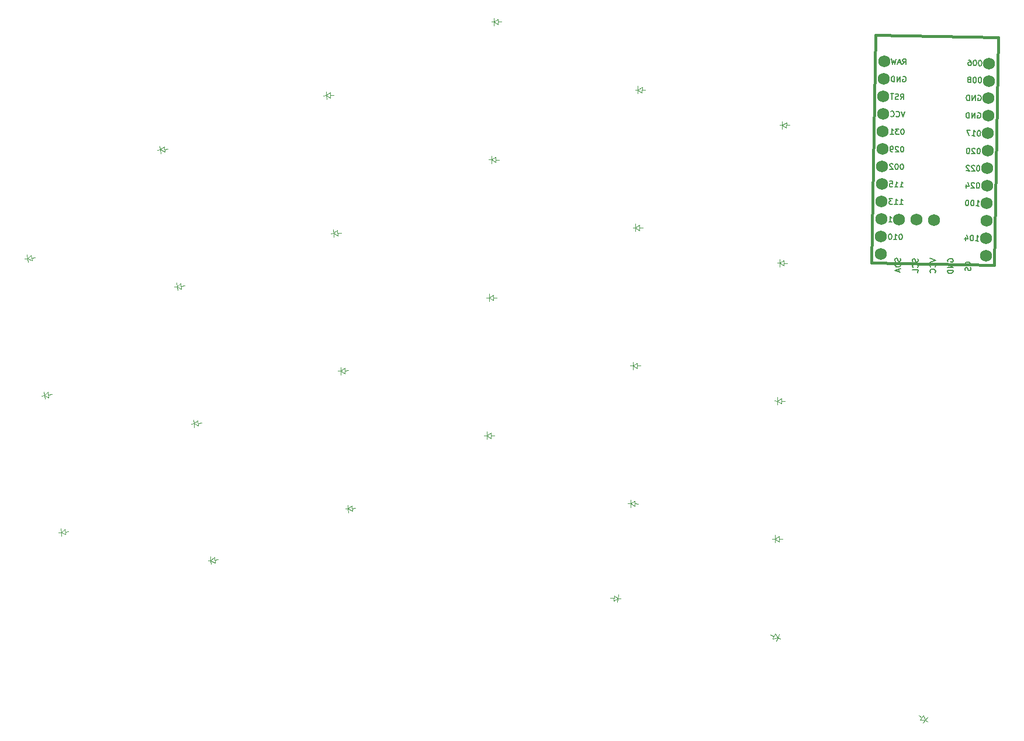
<source format=gbr>
%TF.GenerationSoftware,KiCad,Pcbnew,9.0.0*%
%TF.CreationDate,2025-03-06T12:11:22-05:00*%
%TF.ProjectId,proto1,70726f74-6f31-42e6-9b69-6361645f7063,v1.0.0*%
%TF.SameCoordinates,Original*%
%TF.FileFunction,Legend,Bot*%
%TF.FilePolarity,Positive*%
%FSLAX46Y46*%
G04 Gerber Fmt 4.6, Leading zero omitted, Abs format (unit mm)*
G04 Created by KiCad (PCBNEW 9.0.0) date 2025-03-06 12:11:22*
%MOMM*%
%LPD*%
G01*
G04 APERTURE LIST*
%ADD10C,0.150000*%
%ADD11C,0.100000*%
%ADD12C,0.381000*%
%ADD13C,1.752600*%
G04 APERTURE END LIST*
D10*
X265115989Y-75772101D02*
X265389264Y-75395861D01*
X265573063Y-75780079D02*
X265587025Y-74980201D01*
X265587025Y-74980201D02*
X265282309Y-74974882D01*
X265282309Y-74974882D02*
X265205465Y-75011642D01*
X265205465Y-75011642D02*
X265166711Y-75049067D01*
X265166711Y-75049067D02*
X265127292Y-75124581D01*
X265127292Y-75124581D02*
X265125297Y-75238849D01*
X265125297Y-75238849D02*
X265162057Y-75315693D01*
X265162057Y-75315693D02*
X265199482Y-75354447D01*
X265199482Y-75354447D02*
X265274996Y-75393866D01*
X265274996Y-75393866D02*
X265579711Y-75399185D01*
X264815263Y-75538245D02*
X264434369Y-75531597D01*
X264887453Y-75768112D02*
X264634789Y-74963580D01*
X264634789Y-74963580D02*
X264354201Y-75758804D01*
X264177716Y-74955601D02*
X263973307Y-75752155D01*
X263973307Y-75752155D02*
X263830922Y-75178154D01*
X263830922Y-75178154D02*
X263668591Y-75746837D01*
X263668591Y-75746837D02*
X263492106Y-74943634D01*
X265161136Y-77551255D02*
X265237980Y-77514496D01*
X265237980Y-77514496D02*
X265352248Y-77516490D01*
X265352248Y-77516490D02*
X265465851Y-77556574D01*
X265465851Y-77556574D02*
X265540701Y-77634083D01*
X265540701Y-77634083D02*
X265577460Y-77710927D01*
X265577460Y-77710927D02*
X265612890Y-77863949D01*
X265612890Y-77863949D02*
X265610896Y-77978218D01*
X265610896Y-77978218D02*
X265570147Y-78129910D01*
X265570147Y-78129910D02*
X265530728Y-78205424D01*
X265530728Y-78205424D02*
X265453219Y-78280274D01*
X265453219Y-78280274D02*
X265338286Y-78316368D01*
X265338286Y-78316368D02*
X265262107Y-78315039D01*
X265262107Y-78315039D02*
X265148504Y-78274955D01*
X265148504Y-78274955D02*
X265111079Y-78236200D01*
X265111079Y-78236200D02*
X265115733Y-77969574D01*
X265115733Y-77969574D02*
X265268091Y-77972234D01*
X264766945Y-78306396D02*
X264780906Y-77506518D01*
X264780906Y-77506518D02*
X264309871Y-78298417D01*
X264309871Y-78298417D02*
X264323833Y-77498539D01*
X263928977Y-78291769D02*
X263942939Y-77491891D01*
X263942939Y-77491891D02*
X263752492Y-77488566D01*
X263752492Y-77488566D02*
X263637559Y-77524661D01*
X263637559Y-77524661D02*
X263560050Y-77599511D01*
X263560050Y-77599511D02*
X263520631Y-77675025D01*
X263520631Y-77675025D02*
X263479882Y-77826717D01*
X263479882Y-77826717D02*
X263477888Y-77940986D01*
X263477888Y-77940986D02*
X263513318Y-78094008D01*
X263513318Y-78094008D02*
X263550077Y-78170852D01*
X263550077Y-78170852D02*
X263624927Y-78248361D01*
X263624927Y-78248361D02*
X263738530Y-78288445D01*
X263738530Y-78288445D02*
X263928977Y-78291769D01*
X264798795Y-80847338D02*
X265072069Y-80471098D01*
X265255868Y-80855317D02*
X265269830Y-80055438D01*
X265269830Y-80055438D02*
X264965114Y-80050120D01*
X264965114Y-80050120D02*
X264888271Y-80086879D01*
X264888271Y-80086879D02*
X264849516Y-80124304D01*
X264849516Y-80124304D02*
X264810097Y-80199818D01*
X264810097Y-80199818D02*
X264808103Y-80314086D01*
X264808103Y-80314086D02*
X264844862Y-80390930D01*
X264844862Y-80390930D02*
X264882287Y-80429684D01*
X264882287Y-80429684D02*
X264957801Y-80469103D01*
X264957801Y-80469103D02*
X265262517Y-80474422D01*
X264494744Y-80803930D02*
X264379811Y-80840025D01*
X264379811Y-80840025D02*
X264189364Y-80836701D01*
X264189364Y-80836701D02*
X264113850Y-80797282D01*
X264113850Y-80797282D02*
X264076425Y-80758527D01*
X264076425Y-80758527D02*
X264039665Y-80681684D01*
X264039665Y-80681684D02*
X264040995Y-80605505D01*
X264040995Y-80605505D02*
X264080414Y-80529991D01*
X264080414Y-80529991D02*
X264119169Y-80492566D01*
X264119169Y-80492566D02*
X264196012Y-80455806D01*
X264196012Y-80455806D02*
X264349035Y-80420376D01*
X264349035Y-80420376D02*
X264425879Y-80383617D01*
X264425879Y-80383617D02*
X264464633Y-80346192D01*
X264464633Y-80346192D02*
X264504052Y-80270678D01*
X264504052Y-80270678D02*
X264505382Y-80194499D01*
X264505382Y-80194499D02*
X264468622Y-80117655D01*
X264468622Y-80117655D02*
X264431198Y-80078901D01*
X264431198Y-80078901D02*
X264355683Y-80039482D01*
X264355683Y-80039482D02*
X264165236Y-80036158D01*
X264165236Y-80036158D02*
X264050303Y-80072253D01*
X263822431Y-80030174D02*
X263365358Y-80022196D01*
X263579933Y-80826063D02*
X263593895Y-80026185D01*
X265447705Y-82598930D02*
X265167117Y-83394154D01*
X265167117Y-83394154D02*
X264914452Y-82589622D01*
X264178121Y-83300689D02*
X264215546Y-83339444D01*
X264215546Y-83339444D02*
X264329149Y-83379528D01*
X264329149Y-83379528D02*
X264405328Y-83380857D01*
X264405328Y-83380857D02*
X264520261Y-83344763D01*
X264520261Y-83344763D02*
X264597770Y-83269913D01*
X264597770Y-83269913D02*
X264637189Y-83194399D01*
X264637189Y-83194399D02*
X264677938Y-83042706D01*
X264677938Y-83042706D02*
X264679932Y-82928438D01*
X264679932Y-82928438D02*
X264644502Y-82775416D01*
X264644502Y-82775416D02*
X264607743Y-82698572D01*
X264607743Y-82698572D02*
X264532894Y-82621063D01*
X264532894Y-82621063D02*
X264419290Y-82580979D01*
X264419290Y-82580979D02*
X264343111Y-82579650D01*
X264343111Y-82579650D02*
X264228178Y-82615744D01*
X264228178Y-82615744D02*
X264189424Y-82653169D01*
X263378243Y-83286727D02*
X263415668Y-83325482D01*
X263415668Y-83325482D02*
X263529271Y-83365566D01*
X263529271Y-83365566D02*
X263605450Y-83366895D01*
X263605450Y-83366895D02*
X263720383Y-83330801D01*
X263720383Y-83330801D02*
X263797892Y-83255951D01*
X263797892Y-83255951D02*
X263837311Y-83180437D01*
X263837311Y-83180437D02*
X263878060Y-83028745D01*
X263878060Y-83028745D02*
X263880054Y-82914476D01*
X263880054Y-82914476D02*
X263844624Y-82761454D01*
X263844624Y-82761454D02*
X263807865Y-82684610D01*
X263807865Y-82684610D02*
X263733015Y-82607101D01*
X263733015Y-82607101D02*
X263619412Y-82567017D01*
X263619412Y-82567017D02*
X263543233Y-82565688D01*
X263543233Y-82565688D02*
X263428300Y-82601783D01*
X263428300Y-82601783D02*
X263389546Y-82639207D01*
X265136750Y-85133889D02*
X265060571Y-85132560D01*
X265060571Y-85132560D02*
X264983727Y-85169319D01*
X264983727Y-85169319D02*
X264944973Y-85206744D01*
X264944973Y-85206744D02*
X264905553Y-85282258D01*
X264905553Y-85282258D02*
X264864805Y-85433951D01*
X264864805Y-85433951D02*
X264861480Y-85624398D01*
X264861480Y-85624398D02*
X264896910Y-85777421D01*
X264896910Y-85777421D02*
X264933670Y-85854264D01*
X264933670Y-85854264D02*
X264971095Y-85893019D01*
X264971095Y-85893019D02*
X265046609Y-85932438D01*
X265046609Y-85932438D02*
X265122788Y-85933767D01*
X265122788Y-85933767D02*
X265199631Y-85897008D01*
X265199631Y-85897008D02*
X265238386Y-85859583D01*
X265238386Y-85859583D02*
X265277805Y-85784069D01*
X265277805Y-85784069D02*
X265318554Y-85632376D01*
X265318554Y-85632376D02*
X265321878Y-85441929D01*
X265321878Y-85441929D02*
X265286448Y-85288906D01*
X265286448Y-85288906D02*
X265249688Y-85212063D01*
X265249688Y-85212063D02*
X265212264Y-85173308D01*
X265212264Y-85173308D02*
X265136750Y-85133889D01*
X264603497Y-85124581D02*
X264108335Y-85115938D01*
X264108335Y-85115938D02*
X264369642Y-85425308D01*
X264369642Y-85425308D02*
X264255373Y-85423313D01*
X264255373Y-85423313D02*
X264178530Y-85460073D01*
X264178530Y-85460073D02*
X264139775Y-85497497D01*
X264139775Y-85497497D02*
X264100356Y-85573012D01*
X264100356Y-85573012D02*
X264097032Y-85763459D01*
X264097032Y-85763459D02*
X264133792Y-85840302D01*
X264133792Y-85840302D02*
X264171216Y-85879057D01*
X264171216Y-85879057D02*
X264246730Y-85918476D01*
X264246730Y-85918476D02*
X264475267Y-85922465D01*
X264475267Y-85922465D02*
X264552111Y-85885705D01*
X264552111Y-85885705D02*
X264590865Y-85848281D01*
X263332584Y-85902519D02*
X263789657Y-85910498D01*
X263561120Y-85906508D02*
X263575082Y-85106630D01*
X263575082Y-85106630D02*
X263649266Y-85222228D01*
X263649266Y-85222228D02*
X263724116Y-85299737D01*
X263724116Y-85299737D02*
X263799630Y-85339156D01*
X265092421Y-87673502D02*
X265016242Y-87672173D01*
X265016242Y-87672173D02*
X264939398Y-87708932D01*
X264939398Y-87708932D02*
X264900644Y-87746357D01*
X264900644Y-87746357D02*
X264861224Y-87821871D01*
X264861224Y-87821871D02*
X264820476Y-87973564D01*
X264820476Y-87973564D02*
X264817151Y-88164011D01*
X264817151Y-88164011D02*
X264852581Y-88317034D01*
X264852581Y-88317034D02*
X264889341Y-88393877D01*
X264889341Y-88393877D02*
X264926766Y-88432632D01*
X264926766Y-88432632D02*
X265002280Y-88472051D01*
X265002280Y-88472051D02*
X265078459Y-88473380D01*
X265078459Y-88473380D02*
X265155302Y-88436621D01*
X265155302Y-88436621D02*
X265194057Y-88399196D01*
X265194057Y-88399196D02*
X265233476Y-88323682D01*
X265233476Y-88323682D02*
X265274225Y-88171989D01*
X265274225Y-88171989D02*
X265277549Y-87981542D01*
X265277549Y-87981542D02*
X265242119Y-87828519D01*
X265242119Y-87828519D02*
X265205359Y-87751676D01*
X265205359Y-87751676D02*
X265167935Y-87712921D01*
X265167935Y-87712921D02*
X265092421Y-87673502D01*
X264519749Y-87739708D02*
X264482324Y-87700954D01*
X264482324Y-87700954D02*
X264406810Y-87661535D01*
X264406810Y-87661535D02*
X264216363Y-87658211D01*
X264216363Y-87658211D02*
X264139520Y-87694970D01*
X264139520Y-87694970D02*
X264100765Y-87732395D01*
X264100765Y-87732395D02*
X264061346Y-87807909D01*
X264061346Y-87807909D02*
X264060016Y-87884088D01*
X264060016Y-87884088D02*
X264096111Y-87999021D01*
X264096111Y-87999021D02*
X264545206Y-88464073D01*
X264545206Y-88464073D02*
X264050044Y-88455429D01*
X263669149Y-88448781D02*
X263516791Y-88446121D01*
X263516791Y-88446121D02*
X263441277Y-88406702D01*
X263441277Y-88406702D02*
X263403853Y-88367948D01*
X263403853Y-88367948D02*
X263329668Y-88252350D01*
X263329668Y-88252350D02*
X263294238Y-88099327D01*
X263294238Y-88099327D02*
X263299557Y-87794612D01*
X263299557Y-87794612D02*
X263338976Y-87719098D01*
X263338976Y-87719098D02*
X263377731Y-87681673D01*
X263377731Y-87681673D02*
X263454574Y-87644914D01*
X263454574Y-87644914D02*
X263606932Y-87647573D01*
X263606932Y-87647573D02*
X263682446Y-87686992D01*
X263682446Y-87686992D02*
X263719871Y-87725746D01*
X263719871Y-87725746D02*
X263756630Y-87802590D01*
X263756630Y-87802590D02*
X263753306Y-87993037D01*
X263753306Y-87993037D02*
X263713887Y-88068551D01*
X263713887Y-88068551D02*
X263675133Y-88105976D01*
X263675133Y-88105976D02*
X263598289Y-88142736D01*
X263598289Y-88142736D02*
X263445931Y-88140076D01*
X263445931Y-88140076D02*
X263370417Y-88100657D01*
X263370417Y-88100657D02*
X263332993Y-88061903D01*
X263332993Y-88061903D02*
X263296233Y-87985059D01*
X265048092Y-90213115D02*
X264971913Y-90211786D01*
X264971913Y-90211786D02*
X264895069Y-90248545D01*
X264895069Y-90248545D02*
X264856315Y-90285970D01*
X264856315Y-90285970D02*
X264816895Y-90361484D01*
X264816895Y-90361484D02*
X264776147Y-90513177D01*
X264776147Y-90513177D02*
X264772822Y-90703624D01*
X264772822Y-90703624D02*
X264808252Y-90856647D01*
X264808252Y-90856647D02*
X264845012Y-90933490D01*
X264845012Y-90933490D02*
X264882437Y-90972245D01*
X264882437Y-90972245D02*
X264957951Y-91011664D01*
X264957951Y-91011664D02*
X265034130Y-91012993D01*
X265034130Y-91012993D02*
X265110973Y-90976234D01*
X265110973Y-90976234D02*
X265149728Y-90938809D01*
X265149728Y-90938809D02*
X265189147Y-90863295D01*
X265189147Y-90863295D02*
X265229896Y-90711602D01*
X265229896Y-90711602D02*
X265233220Y-90521155D01*
X265233220Y-90521155D02*
X265197790Y-90368132D01*
X265197790Y-90368132D02*
X265161030Y-90291289D01*
X265161030Y-90291289D02*
X265123606Y-90252534D01*
X265123606Y-90252534D02*
X265048092Y-90213115D01*
X264286303Y-90199818D02*
X264210124Y-90198489D01*
X264210124Y-90198489D02*
X264133280Y-90235248D01*
X264133280Y-90235248D02*
X264094526Y-90272673D01*
X264094526Y-90272673D02*
X264055107Y-90348187D01*
X264055107Y-90348187D02*
X264014358Y-90499880D01*
X264014358Y-90499880D02*
X264011033Y-90690327D01*
X264011033Y-90690327D02*
X264046463Y-90843350D01*
X264046463Y-90843350D02*
X264083223Y-90920193D01*
X264083223Y-90920193D02*
X264120648Y-90958948D01*
X264120648Y-90958948D02*
X264196162Y-90998367D01*
X264196162Y-90998367D02*
X264272341Y-90999696D01*
X264272341Y-90999696D02*
X264349184Y-90962937D01*
X264349184Y-90962937D02*
X264387939Y-90925512D01*
X264387939Y-90925512D02*
X264427358Y-90849998D01*
X264427358Y-90849998D02*
X264468107Y-90698305D01*
X264468107Y-90698305D02*
X264471431Y-90507858D01*
X264471431Y-90507858D02*
X264436001Y-90354835D01*
X264436001Y-90354835D02*
X264399241Y-90277992D01*
X264399241Y-90277992D02*
X264361817Y-90239237D01*
X264361817Y-90239237D02*
X264286303Y-90199818D01*
X263713631Y-90266024D02*
X263676206Y-90227270D01*
X263676206Y-90227270D02*
X263600692Y-90187851D01*
X263600692Y-90187851D02*
X263410245Y-90184527D01*
X263410245Y-90184527D02*
X263333402Y-90221286D01*
X263333402Y-90221286D02*
X263294647Y-90258711D01*
X263294647Y-90258711D02*
X263255228Y-90334225D01*
X263255228Y-90334225D02*
X263253898Y-90410404D01*
X263253898Y-90410404D02*
X263289993Y-90525337D01*
X263289993Y-90525337D02*
X263739088Y-90990388D01*
X263739088Y-90990388D02*
X263243926Y-90981745D01*
X264723175Y-93547953D02*
X265180248Y-93555931D01*
X264951711Y-93551942D02*
X264965673Y-92752063D01*
X264965673Y-92752063D02*
X265039857Y-92867661D01*
X265039857Y-92867661D02*
X265114707Y-92945170D01*
X265114707Y-92945170D02*
X265190221Y-92984589D01*
X263961386Y-93534655D02*
X264418459Y-93542634D01*
X264189922Y-93538645D02*
X264203884Y-92738766D01*
X264203884Y-92738766D02*
X264278068Y-92854364D01*
X264278068Y-92854364D02*
X264352918Y-92931873D01*
X264352918Y-92931873D02*
X264428432Y-92971292D01*
X263251648Y-92722145D02*
X263632542Y-92728794D01*
X263632542Y-92728794D02*
X263663983Y-93110353D01*
X263663983Y-93110353D02*
X263626559Y-93071599D01*
X263626559Y-93071599D02*
X263551045Y-93032179D01*
X263551045Y-93032179D02*
X263360597Y-93028855D01*
X263360597Y-93028855D02*
X263283754Y-93065615D01*
X263283754Y-93065615D02*
X263244999Y-93103039D01*
X263244999Y-93103039D02*
X263205580Y-93178553D01*
X263205580Y-93178553D02*
X263202256Y-93369001D01*
X263202256Y-93369001D02*
X263239016Y-93445844D01*
X263239016Y-93445844D02*
X263276440Y-93484599D01*
X263276440Y-93484599D02*
X263351954Y-93524018D01*
X263351954Y-93524018D02*
X263542402Y-93527342D01*
X263542402Y-93527342D02*
X263619245Y-93490582D01*
X263619245Y-93490582D02*
X263658000Y-93453158D01*
X264678846Y-96087567D02*
X265135919Y-96095545D01*
X264907382Y-96091556D02*
X264921344Y-95291677D01*
X264921344Y-95291677D02*
X264995528Y-95407275D01*
X264995528Y-95407275D02*
X265070378Y-95484784D01*
X265070378Y-95484784D02*
X265145892Y-95524203D01*
X263917057Y-96074269D02*
X264374130Y-96082248D01*
X264145593Y-96078259D02*
X264159555Y-95278380D01*
X264159555Y-95278380D02*
X264233739Y-95393978D01*
X264233739Y-95393978D02*
X264308589Y-95471487D01*
X264308589Y-95471487D02*
X264384103Y-95510906D01*
X263664392Y-95269737D02*
X263169230Y-95261094D01*
X263169230Y-95261094D02*
X263430537Y-95570464D01*
X263430537Y-95570464D02*
X263316268Y-95568469D01*
X263316268Y-95568469D02*
X263239425Y-95605229D01*
X263239425Y-95605229D02*
X263200670Y-95642653D01*
X263200670Y-95642653D02*
X263161251Y-95718167D01*
X263161251Y-95718167D02*
X263157927Y-95908615D01*
X263157927Y-95908615D02*
X263194687Y-95985458D01*
X263194687Y-95985458D02*
X263232111Y-96024213D01*
X263232111Y-96024213D02*
X263307625Y-96063632D01*
X263307625Y-96063632D02*
X263536162Y-96067621D01*
X263536162Y-96067621D02*
X263613006Y-96030861D01*
X263613006Y-96030861D02*
X263651760Y-95993437D01*
X264634516Y-98627180D02*
X265091589Y-98635158D01*
X264863052Y-98631169D02*
X264877014Y-97831290D01*
X264877014Y-97831290D02*
X264951198Y-97946888D01*
X264951198Y-97946888D02*
X265026048Y-98024397D01*
X265026048Y-98024397D02*
X265101562Y-98063816D01*
X263872727Y-98613882D02*
X264329800Y-98621861D01*
X264101263Y-98617872D02*
X264115225Y-97817993D01*
X264115225Y-97817993D02*
X264189409Y-97933591D01*
X264189409Y-97933591D02*
X264264259Y-98011100D01*
X264264259Y-98011100D02*
X264339773Y-98050519D01*
X263110938Y-98600585D02*
X263568011Y-98608564D01*
X263339474Y-98604574D02*
X263353436Y-97804696D01*
X263353436Y-97804696D02*
X263427620Y-97920294D01*
X263427620Y-97920294D02*
X263502470Y-97997803D01*
X263502470Y-97997803D02*
X263577984Y-98037222D01*
X264870775Y-100371568D02*
X264794596Y-100370239D01*
X264794596Y-100370239D02*
X264717752Y-100406998D01*
X264717752Y-100406998D02*
X264678998Y-100444423D01*
X264678998Y-100444423D02*
X264639578Y-100519937D01*
X264639578Y-100519937D02*
X264598830Y-100671630D01*
X264598830Y-100671630D02*
X264595505Y-100862077D01*
X264595505Y-100862077D02*
X264630935Y-101015100D01*
X264630935Y-101015100D02*
X264667695Y-101091943D01*
X264667695Y-101091943D02*
X264705120Y-101130698D01*
X264705120Y-101130698D02*
X264780634Y-101170117D01*
X264780634Y-101170117D02*
X264856813Y-101171446D01*
X264856813Y-101171446D02*
X264933656Y-101134687D01*
X264933656Y-101134687D02*
X264972411Y-101097262D01*
X264972411Y-101097262D02*
X265011830Y-101021748D01*
X265011830Y-101021748D02*
X265052579Y-100870055D01*
X265052579Y-100870055D02*
X265055903Y-100679608D01*
X265055903Y-100679608D02*
X265020473Y-100526585D01*
X265020473Y-100526585D02*
X264983713Y-100449742D01*
X264983713Y-100449742D02*
X264946289Y-100410987D01*
X264946289Y-100410987D02*
X264870775Y-100371568D01*
X263828398Y-101153495D02*
X264285471Y-101161474D01*
X264056934Y-101157485D02*
X264070896Y-100357606D01*
X264070896Y-100357606D02*
X264145080Y-100473204D01*
X264145080Y-100473204D02*
X264219930Y-100550713D01*
X264219930Y-100550713D02*
X264295444Y-100590132D01*
X263347197Y-100344974D02*
X263271018Y-100343644D01*
X263271018Y-100343644D02*
X263194174Y-100380404D01*
X263194174Y-100380404D02*
X263155420Y-100417829D01*
X263155420Y-100417829D02*
X263116001Y-100493343D01*
X263116001Y-100493343D02*
X263075252Y-100645036D01*
X263075252Y-100645036D02*
X263071927Y-100835483D01*
X263071927Y-100835483D02*
X263107357Y-100988505D01*
X263107357Y-100988505D02*
X263144117Y-101065349D01*
X263144117Y-101065349D02*
X263181542Y-101104103D01*
X263181542Y-101104103D02*
X263257056Y-101143523D01*
X263257056Y-101143523D02*
X263333235Y-101144852D01*
X263333235Y-101144852D02*
X263410078Y-101108093D01*
X263410078Y-101108093D02*
X263448833Y-101070668D01*
X263448833Y-101070668D02*
X263488252Y-100995154D01*
X263488252Y-100995154D02*
X263529001Y-100843461D01*
X263529001Y-100843461D02*
X263532325Y-100653014D01*
X263532325Y-100653014D02*
X263496895Y-100499991D01*
X263496895Y-100499991D02*
X263460135Y-100423148D01*
X263460135Y-100423148D02*
X263422711Y-100384393D01*
X263422711Y-100384393D02*
X263347197Y-100344974D01*
X276386761Y-75168711D02*
X276310582Y-75167382D01*
X276310582Y-75167382D02*
X276233738Y-75204141D01*
X276233738Y-75204141D02*
X276194984Y-75241566D01*
X276194984Y-75241566D02*
X276155564Y-75317080D01*
X276155564Y-75317080D02*
X276114816Y-75468773D01*
X276114816Y-75468773D02*
X276111491Y-75659220D01*
X276111491Y-75659220D02*
X276146921Y-75812243D01*
X276146921Y-75812243D02*
X276183681Y-75889086D01*
X276183681Y-75889086D02*
X276221106Y-75927841D01*
X276221106Y-75927841D02*
X276296620Y-75967260D01*
X276296620Y-75967260D02*
X276372799Y-75968589D01*
X276372799Y-75968589D02*
X276449642Y-75931830D01*
X276449642Y-75931830D02*
X276488397Y-75894405D01*
X276488397Y-75894405D02*
X276527816Y-75818891D01*
X276527816Y-75818891D02*
X276568565Y-75667198D01*
X276568565Y-75667198D02*
X276571889Y-75476751D01*
X276571889Y-75476751D02*
X276536459Y-75323728D01*
X276536459Y-75323728D02*
X276499699Y-75246885D01*
X276499699Y-75246885D02*
X276462275Y-75208130D01*
X276462275Y-75208130D02*
X276386761Y-75168711D01*
X275624972Y-75155414D02*
X275548793Y-75154085D01*
X275548793Y-75154085D02*
X275471949Y-75190844D01*
X275471949Y-75190844D02*
X275433195Y-75228269D01*
X275433195Y-75228269D02*
X275393776Y-75303783D01*
X275393776Y-75303783D02*
X275353027Y-75455476D01*
X275353027Y-75455476D02*
X275349702Y-75645923D01*
X275349702Y-75645923D02*
X275385132Y-75798946D01*
X275385132Y-75798946D02*
X275421892Y-75875789D01*
X275421892Y-75875789D02*
X275459317Y-75914544D01*
X275459317Y-75914544D02*
X275534831Y-75953963D01*
X275534831Y-75953963D02*
X275611010Y-75955292D01*
X275611010Y-75955292D02*
X275687853Y-75918533D01*
X275687853Y-75918533D02*
X275726608Y-75881108D01*
X275726608Y-75881108D02*
X275766027Y-75805594D01*
X275766027Y-75805594D02*
X275806776Y-75653901D01*
X275806776Y-75653901D02*
X275810100Y-75463454D01*
X275810100Y-75463454D02*
X275774670Y-75310431D01*
X275774670Y-75310431D02*
X275737910Y-75233588D01*
X275737910Y-75233588D02*
X275700486Y-75194833D01*
X275700486Y-75194833D02*
X275624972Y-75155414D01*
X274672735Y-75138793D02*
X274825093Y-75141452D01*
X274825093Y-75141452D02*
X274900607Y-75180871D01*
X274900607Y-75180871D02*
X274938032Y-75219626D01*
X274938032Y-75219626D02*
X275012216Y-75335224D01*
X275012216Y-75335224D02*
X275047646Y-75488246D01*
X275047646Y-75488246D02*
X275042327Y-75792962D01*
X275042327Y-75792962D02*
X275002908Y-75868476D01*
X275002908Y-75868476D02*
X274964154Y-75905900D01*
X274964154Y-75905900D02*
X274887310Y-75942660D01*
X274887310Y-75942660D02*
X274734952Y-75940001D01*
X274734952Y-75940001D02*
X274659438Y-75900582D01*
X274659438Y-75900582D02*
X274622014Y-75861827D01*
X274622014Y-75861827D02*
X274585254Y-75784984D01*
X274585254Y-75784984D02*
X274588578Y-75594536D01*
X274588578Y-75594536D02*
X274627997Y-75519022D01*
X274627997Y-75519022D02*
X274666752Y-75481598D01*
X274666752Y-75481598D02*
X274743595Y-75444838D01*
X274743595Y-75444838D02*
X274895953Y-75447498D01*
X274895953Y-75447498D02*
X274971467Y-75486917D01*
X274971467Y-75486917D02*
X275008892Y-75525671D01*
X275008892Y-75525671D02*
X275045652Y-75602515D01*
X276343653Y-77638335D02*
X276267474Y-77637006D01*
X276267474Y-77637006D02*
X276190630Y-77673765D01*
X276190630Y-77673765D02*
X276151876Y-77711190D01*
X276151876Y-77711190D02*
X276112456Y-77786704D01*
X276112456Y-77786704D02*
X276071708Y-77938397D01*
X276071708Y-77938397D02*
X276068383Y-78128844D01*
X276068383Y-78128844D02*
X276103813Y-78281867D01*
X276103813Y-78281867D02*
X276140573Y-78358710D01*
X276140573Y-78358710D02*
X276177998Y-78397465D01*
X276177998Y-78397465D02*
X276253512Y-78436884D01*
X276253512Y-78436884D02*
X276329691Y-78438213D01*
X276329691Y-78438213D02*
X276406534Y-78401454D01*
X276406534Y-78401454D02*
X276445289Y-78364029D01*
X276445289Y-78364029D02*
X276484708Y-78288515D01*
X276484708Y-78288515D02*
X276525457Y-78136822D01*
X276525457Y-78136822D02*
X276528781Y-77946375D01*
X276528781Y-77946375D02*
X276493351Y-77793352D01*
X276493351Y-77793352D02*
X276456591Y-77716509D01*
X276456591Y-77716509D02*
X276419167Y-77677754D01*
X276419167Y-77677754D02*
X276343653Y-77638335D01*
X275581864Y-77625038D02*
X275505685Y-77623709D01*
X275505685Y-77623709D02*
X275428841Y-77660468D01*
X275428841Y-77660468D02*
X275390087Y-77697893D01*
X275390087Y-77697893D02*
X275350668Y-77773407D01*
X275350668Y-77773407D02*
X275309919Y-77925100D01*
X275309919Y-77925100D02*
X275306594Y-78115547D01*
X275306594Y-78115547D02*
X275342024Y-78268570D01*
X275342024Y-78268570D02*
X275378784Y-78345413D01*
X275378784Y-78345413D02*
X275416209Y-78384168D01*
X275416209Y-78384168D02*
X275491723Y-78423587D01*
X275491723Y-78423587D02*
X275567902Y-78424916D01*
X275567902Y-78424916D02*
X275644745Y-78388157D01*
X275644745Y-78388157D02*
X275683500Y-78350732D01*
X275683500Y-78350732D02*
X275722919Y-78275218D01*
X275722919Y-78275218D02*
X275763668Y-78123525D01*
X275763668Y-78123525D02*
X275766992Y-77933078D01*
X275766992Y-77933078D02*
X275731562Y-77780055D01*
X275731562Y-77780055D02*
X275694802Y-77703212D01*
X275694802Y-77703212D02*
X275657378Y-77664457D01*
X275657378Y-77664457D02*
X275581864Y-77625038D01*
X274852180Y-77955211D02*
X274929024Y-77918451D01*
X274929024Y-77918451D02*
X274967778Y-77881027D01*
X274967778Y-77881027D02*
X275007198Y-77805513D01*
X275007198Y-77805513D02*
X275007862Y-77767423D01*
X275007862Y-77767423D02*
X274971103Y-77690579D01*
X274971103Y-77690579D02*
X274933678Y-77651825D01*
X274933678Y-77651825D02*
X274858164Y-77612406D01*
X274858164Y-77612406D02*
X274705806Y-77609747D01*
X274705806Y-77609747D02*
X274628963Y-77646506D01*
X274628963Y-77646506D02*
X274590208Y-77683931D01*
X274590208Y-77683931D02*
X274550789Y-77759445D01*
X274550789Y-77759445D02*
X274550124Y-77797534D01*
X274550124Y-77797534D02*
X274586884Y-77874378D01*
X274586884Y-77874378D02*
X274624309Y-77913132D01*
X274624309Y-77913132D02*
X274699823Y-77952552D01*
X274699823Y-77952552D02*
X274852180Y-77955211D01*
X274852180Y-77955211D02*
X274927694Y-77994630D01*
X274927694Y-77994630D02*
X274965119Y-78033384D01*
X274965119Y-78033384D02*
X275001879Y-78110228D01*
X275001879Y-78110228D02*
X274999219Y-78262586D01*
X274999219Y-78262586D02*
X274959800Y-78338100D01*
X274959800Y-78338100D02*
X274921046Y-78375524D01*
X274921046Y-78375524D02*
X274844202Y-78412284D01*
X274844202Y-78412284D02*
X274691844Y-78409625D01*
X274691844Y-78409625D02*
X274616330Y-78370206D01*
X274616330Y-78370206D02*
X274578906Y-78331451D01*
X274578906Y-78331451D02*
X274542146Y-78254608D01*
X274542146Y-78254608D02*
X274544805Y-78102250D01*
X274544805Y-78102250D02*
X274584225Y-78026736D01*
X274584225Y-78026736D02*
X274622979Y-77989311D01*
X274622979Y-77989311D02*
X274699823Y-77952552D01*
X276030811Y-80281373D02*
X276107655Y-80244614D01*
X276107655Y-80244614D02*
X276221923Y-80246608D01*
X276221923Y-80246608D02*
X276335526Y-80286692D01*
X276335526Y-80286692D02*
X276410376Y-80364201D01*
X276410376Y-80364201D02*
X276447135Y-80441045D01*
X276447135Y-80441045D02*
X276482565Y-80594067D01*
X276482565Y-80594067D02*
X276480571Y-80708336D01*
X276480571Y-80708336D02*
X276439822Y-80860028D01*
X276439822Y-80860028D02*
X276400403Y-80935542D01*
X276400403Y-80935542D02*
X276322894Y-81010392D01*
X276322894Y-81010392D02*
X276207961Y-81046486D01*
X276207961Y-81046486D02*
X276131782Y-81045157D01*
X276131782Y-81045157D02*
X276018179Y-81005073D01*
X276018179Y-81005073D02*
X275980754Y-80966318D01*
X275980754Y-80966318D02*
X275985408Y-80699692D01*
X275985408Y-80699692D02*
X276137766Y-80702352D01*
X275636620Y-81036514D02*
X275650581Y-80236636D01*
X275650581Y-80236636D02*
X275179546Y-81028535D01*
X275179546Y-81028535D02*
X275193508Y-80228657D01*
X274798652Y-81021887D02*
X274812614Y-80222009D01*
X274812614Y-80222009D02*
X274622167Y-80218684D01*
X274622167Y-80218684D02*
X274507234Y-80254779D01*
X274507234Y-80254779D02*
X274429725Y-80329629D01*
X274429725Y-80329629D02*
X274390306Y-80405143D01*
X274390306Y-80405143D02*
X274349557Y-80556835D01*
X274349557Y-80556835D02*
X274347563Y-80671104D01*
X274347563Y-80671104D02*
X274382993Y-80824126D01*
X274382993Y-80824126D02*
X274419752Y-80900970D01*
X274419752Y-80900970D02*
X274494602Y-80978479D01*
X274494602Y-80978479D02*
X274608205Y-81018563D01*
X274608205Y-81018563D02*
X274798652Y-81021887D01*
X275986482Y-82820986D02*
X276063326Y-82784227D01*
X276063326Y-82784227D02*
X276177594Y-82786221D01*
X276177594Y-82786221D02*
X276291197Y-82826305D01*
X276291197Y-82826305D02*
X276366047Y-82903814D01*
X276366047Y-82903814D02*
X276402806Y-82980658D01*
X276402806Y-82980658D02*
X276438236Y-83133680D01*
X276438236Y-83133680D02*
X276436242Y-83247949D01*
X276436242Y-83247949D02*
X276395493Y-83399641D01*
X276395493Y-83399641D02*
X276356074Y-83475155D01*
X276356074Y-83475155D02*
X276278565Y-83550005D01*
X276278565Y-83550005D02*
X276163632Y-83586099D01*
X276163632Y-83586099D02*
X276087453Y-83584770D01*
X276087453Y-83584770D02*
X275973850Y-83544686D01*
X275973850Y-83544686D02*
X275936425Y-83505931D01*
X275936425Y-83505931D02*
X275941079Y-83239305D01*
X275941079Y-83239305D02*
X276093437Y-83241965D01*
X275592291Y-83576127D02*
X275606252Y-82776249D01*
X275606252Y-82776249D02*
X275135217Y-83568148D01*
X275135217Y-83568148D02*
X275149179Y-82768270D01*
X274754323Y-83561500D02*
X274768285Y-82761622D01*
X274768285Y-82761622D02*
X274577838Y-82758297D01*
X274577838Y-82758297D02*
X274462905Y-82794392D01*
X274462905Y-82794392D02*
X274385396Y-82869242D01*
X274385396Y-82869242D02*
X274345977Y-82944756D01*
X274345977Y-82944756D02*
X274305228Y-83096448D01*
X274305228Y-83096448D02*
X274303234Y-83210717D01*
X274303234Y-83210717D02*
X274338664Y-83363739D01*
X274338664Y-83363739D02*
X274375423Y-83440583D01*
X274375423Y-83440583D02*
X274450273Y-83518092D01*
X274450273Y-83518092D02*
X274563876Y-83558176D01*
X274563876Y-83558176D02*
X274754323Y-83561500D01*
X276209270Y-85337162D02*
X276133091Y-85335833D01*
X276133091Y-85335833D02*
X276056247Y-85372592D01*
X276056247Y-85372592D02*
X276017493Y-85410017D01*
X276017493Y-85410017D02*
X275978073Y-85485531D01*
X275978073Y-85485531D02*
X275937325Y-85637224D01*
X275937325Y-85637224D02*
X275934000Y-85827671D01*
X275934000Y-85827671D02*
X275969430Y-85980694D01*
X275969430Y-85980694D02*
X276006190Y-86057537D01*
X276006190Y-86057537D02*
X276043615Y-86096292D01*
X276043615Y-86096292D02*
X276119129Y-86135711D01*
X276119129Y-86135711D02*
X276195308Y-86137040D01*
X276195308Y-86137040D02*
X276272151Y-86100281D01*
X276272151Y-86100281D02*
X276310906Y-86062856D01*
X276310906Y-86062856D02*
X276350325Y-85987342D01*
X276350325Y-85987342D02*
X276391074Y-85835649D01*
X276391074Y-85835649D02*
X276394398Y-85645202D01*
X276394398Y-85645202D02*
X276358968Y-85492179D01*
X276358968Y-85492179D02*
X276322208Y-85415336D01*
X276322208Y-85415336D02*
X276284784Y-85376581D01*
X276284784Y-85376581D02*
X276209270Y-85337162D01*
X275166893Y-86119089D02*
X275623966Y-86127068D01*
X275395429Y-86123079D02*
X275409391Y-85323200D01*
X275409391Y-85323200D02*
X275483575Y-85438798D01*
X275483575Y-85438798D02*
X275558425Y-85516307D01*
X275558425Y-85516307D02*
X275633939Y-85555726D01*
X274914228Y-85314557D02*
X274380976Y-85305249D01*
X274380976Y-85305249D02*
X274709819Y-86111111D01*
X276163894Y-87936766D02*
X276087715Y-87935437D01*
X276087715Y-87935437D02*
X276010871Y-87972196D01*
X276010871Y-87972196D02*
X275972117Y-88009621D01*
X275972117Y-88009621D02*
X275932697Y-88085135D01*
X275932697Y-88085135D02*
X275891949Y-88236828D01*
X275891949Y-88236828D02*
X275888624Y-88427275D01*
X275888624Y-88427275D02*
X275924054Y-88580298D01*
X275924054Y-88580298D02*
X275960814Y-88657141D01*
X275960814Y-88657141D02*
X275998239Y-88695896D01*
X275998239Y-88695896D02*
X276073753Y-88735315D01*
X276073753Y-88735315D02*
X276149932Y-88736644D01*
X276149932Y-88736644D02*
X276226775Y-88699885D01*
X276226775Y-88699885D02*
X276265530Y-88662460D01*
X276265530Y-88662460D02*
X276304949Y-88586946D01*
X276304949Y-88586946D02*
X276345698Y-88435253D01*
X276345698Y-88435253D02*
X276349022Y-88244806D01*
X276349022Y-88244806D02*
X276313592Y-88091783D01*
X276313592Y-88091783D02*
X276276832Y-88014940D01*
X276276832Y-88014940D02*
X276239408Y-87976185D01*
X276239408Y-87976185D02*
X276163894Y-87936766D01*
X275591222Y-88002972D02*
X275553797Y-87964218D01*
X275553797Y-87964218D02*
X275478283Y-87924799D01*
X275478283Y-87924799D02*
X275287836Y-87921475D01*
X275287836Y-87921475D02*
X275210993Y-87958234D01*
X275210993Y-87958234D02*
X275172238Y-87995659D01*
X275172238Y-87995659D02*
X275132819Y-88071173D01*
X275132819Y-88071173D02*
X275131489Y-88147352D01*
X275131489Y-88147352D02*
X275167584Y-88262285D01*
X275167584Y-88262285D02*
X275616679Y-88727337D01*
X275616679Y-88727337D02*
X275121517Y-88718693D01*
X274640316Y-87910172D02*
X274564137Y-87908842D01*
X274564137Y-87908842D02*
X274487293Y-87945602D01*
X274487293Y-87945602D02*
X274448539Y-87983027D01*
X274448539Y-87983027D02*
X274409120Y-88058541D01*
X274409120Y-88058541D02*
X274368371Y-88210234D01*
X274368371Y-88210234D02*
X274365046Y-88400681D01*
X274365046Y-88400681D02*
X274400476Y-88553703D01*
X274400476Y-88553703D02*
X274437236Y-88630547D01*
X274437236Y-88630547D02*
X274474661Y-88669301D01*
X274474661Y-88669301D02*
X274550175Y-88708721D01*
X274550175Y-88708721D02*
X274626354Y-88710050D01*
X274626354Y-88710050D02*
X274703197Y-88673291D01*
X274703197Y-88673291D02*
X274741952Y-88635866D01*
X274741952Y-88635866D02*
X274781371Y-88560352D01*
X274781371Y-88560352D02*
X274822120Y-88408659D01*
X274822120Y-88408659D02*
X274825444Y-88218212D01*
X274825444Y-88218212D02*
X274790014Y-88065189D01*
X274790014Y-88065189D02*
X274753254Y-87988346D01*
X274753254Y-87988346D02*
X274715830Y-87949591D01*
X274715830Y-87949591D02*
X274640316Y-87910172D01*
X276120263Y-90436385D02*
X276044084Y-90435056D01*
X276044084Y-90435056D02*
X275967240Y-90471815D01*
X275967240Y-90471815D02*
X275928486Y-90509240D01*
X275928486Y-90509240D02*
X275889066Y-90584754D01*
X275889066Y-90584754D02*
X275848318Y-90736447D01*
X275848318Y-90736447D02*
X275844993Y-90926894D01*
X275844993Y-90926894D02*
X275880423Y-91079917D01*
X275880423Y-91079917D02*
X275917183Y-91156760D01*
X275917183Y-91156760D02*
X275954608Y-91195515D01*
X275954608Y-91195515D02*
X276030122Y-91234934D01*
X276030122Y-91234934D02*
X276106301Y-91236263D01*
X276106301Y-91236263D02*
X276183144Y-91199504D01*
X276183144Y-91199504D02*
X276221899Y-91162079D01*
X276221899Y-91162079D02*
X276261318Y-91086565D01*
X276261318Y-91086565D02*
X276302067Y-90934872D01*
X276302067Y-90934872D02*
X276305391Y-90744425D01*
X276305391Y-90744425D02*
X276269961Y-90591402D01*
X276269961Y-90591402D02*
X276233201Y-90514559D01*
X276233201Y-90514559D02*
X276195777Y-90475804D01*
X276195777Y-90475804D02*
X276120263Y-90436385D01*
X275547591Y-90502591D02*
X275510166Y-90463837D01*
X275510166Y-90463837D02*
X275434652Y-90424418D01*
X275434652Y-90424418D02*
X275244205Y-90421094D01*
X275244205Y-90421094D02*
X275167362Y-90457853D01*
X275167362Y-90457853D02*
X275128607Y-90495278D01*
X275128607Y-90495278D02*
X275089188Y-90570792D01*
X275089188Y-90570792D02*
X275087858Y-90646971D01*
X275087858Y-90646971D02*
X275123953Y-90761904D01*
X275123953Y-90761904D02*
X275573048Y-91226956D01*
X275573048Y-91226956D02*
X275077886Y-91218312D01*
X274785802Y-90489294D02*
X274748377Y-90450540D01*
X274748377Y-90450540D02*
X274672863Y-90411121D01*
X274672863Y-90411121D02*
X274482416Y-90407797D01*
X274482416Y-90407797D02*
X274405573Y-90444556D01*
X274405573Y-90444556D02*
X274366818Y-90481981D01*
X274366818Y-90481981D02*
X274327399Y-90557495D01*
X274327399Y-90557495D02*
X274326069Y-90633674D01*
X274326069Y-90633674D02*
X274362164Y-90748607D01*
X274362164Y-90748607D02*
X274811259Y-91213658D01*
X274811259Y-91213658D02*
X274316097Y-91205015D01*
X276076457Y-92946003D02*
X276000278Y-92944674D01*
X276000278Y-92944674D02*
X275923434Y-92981433D01*
X275923434Y-92981433D02*
X275884680Y-93018858D01*
X275884680Y-93018858D02*
X275845260Y-93094372D01*
X275845260Y-93094372D02*
X275804512Y-93246065D01*
X275804512Y-93246065D02*
X275801187Y-93436512D01*
X275801187Y-93436512D02*
X275836617Y-93589535D01*
X275836617Y-93589535D02*
X275873377Y-93666378D01*
X275873377Y-93666378D02*
X275910802Y-93705133D01*
X275910802Y-93705133D02*
X275986316Y-93744552D01*
X275986316Y-93744552D02*
X276062495Y-93745881D01*
X276062495Y-93745881D02*
X276139338Y-93709122D01*
X276139338Y-93709122D02*
X276178093Y-93671697D01*
X276178093Y-93671697D02*
X276217512Y-93596183D01*
X276217512Y-93596183D02*
X276258261Y-93444490D01*
X276258261Y-93444490D02*
X276261585Y-93254043D01*
X276261585Y-93254043D02*
X276226155Y-93101020D01*
X276226155Y-93101020D02*
X276189395Y-93024177D01*
X276189395Y-93024177D02*
X276151971Y-92985422D01*
X276151971Y-92985422D02*
X276076457Y-92946003D01*
X275503785Y-93012209D02*
X275466360Y-92973455D01*
X275466360Y-92973455D02*
X275390846Y-92934036D01*
X275390846Y-92934036D02*
X275200399Y-92930712D01*
X275200399Y-92930712D02*
X275123556Y-92967471D01*
X275123556Y-92967471D02*
X275084801Y-93004896D01*
X275084801Y-93004896D02*
X275045382Y-93080410D01*
X275045382Y-93080410D02*
X275044052Y-93156589D01*
X275044052Y-93156589D02*
X275080147Y-93271522D01*
X275080147Y-93271522D02*
X275529242Y-93736574D01*
X275529242Y-93736574D02*
X275034080Y-93727930D01*
X274357777Y-93182711D02*
X274348469Y-93715963D01*
X274553543Y-92881320D02*
X274734018Y-93455986D01*
X274734018Y-93455986D02*
X274238855Y-93447342D01*
X275751540Y-96280841D02*
X276208613Y-96288819D01*
X275980076Y-96284830D02*
X275994038Y-95484951D01*
X275994038Y-95484951D02*
X276068222Y-95600549D01*
X276068222Y-95600549D02*
X276143072Y-95678058D01*
X276143072Y-95678058D02*
X276218586Y-95717477D01*
X275270339Y-95472319D02*
X275194160Y-95470990D01*
X275194160Y-95470990D02*
X275117316Y-95507749D01*
X275117316Y-95507749D02*
X275078562Y-95545174D01*
X275078562Y-95545174D02*
X275039143Y-95620688D01*
X275039143Y-95620688D02*
X274998394Y-95772381D01*
X274998394Y-95772381D02*
X274995069Y-95962828D01*
X274995069Y-95962828D02*
X275030499Y-96115851D01*
X275030499Y-96115851D02*
X275067259Y-96192694D01*
X275067259Y-96192694D02*
X275104684Y-96231449D01*
X275104684Y-96231449D02*
X275180198Y-96270868D01*
X275180198Y-96270868D02*
X275256377Y-96272197D01*
X275256377Y-96272197D02*
X275333220Y-96235438D01*
X275333220Y-96235438D02*
X275371975Y-96198013D01*
X275371975Y-96198013D02*
X275411394Y-96122499D01*
X275411394Y-96122499D02*
X275452143Y-95970806D01*
X275452143Y-95970806D02*
X275455467Y-95780359D01*
X275455467Y-95780359D02*
X275420037Y-95627336D01*
X275420037Y-95627336D02*
X275383277Y-95550493D01*
X275383277Y-95550493D02*
X275345853Y-95511738D01*
X275345853Y-95511738D02*
X275270339Y-95472319D01*
X274508550Y-95459022D02*
X274432371Y-95457692D01*
X274432371Y-95457692D02*
X274355527Y-95494452D01*
X274355527Y-95494452D02*
X274316773Y-95531877D01*
X274316773Y-95531877D02*
X274277354Y-95607391D01*
X274277354Y-95607391D02*
X274236605Y-95759084D01*
X274236605Y-95759084D02*
X274233280Y-95949531D01*
X274233280Y-95949531D02*
X274268710Y-96102553D01*
X274268710Y-96102553D02*
X274305470Y-96179397D01*
X274305470Y-96179397D02*
X274342895Y-96218151D01*
X274342895Y-96218151D02*
X274418409Y-96257571D01*
X274418409Y-96257571D02*
X274494588Y-96258900D01*
X274494588Y-96258900D02*
X274571431Y-96222141D01*
X274571431Y-96222141D02*
X274610186Y-96184716D01*
X274610186Y-96184716D02*
X274649605Y-96109202D01*
X274649605Y-96109202D02*
X274690354Y-95957509D01*
X274690354Y-95957509D02*
X274693678Y-95767062D01*
X274693678Y-95767062D02*
X274658248Y-95614039D01*
X274658248Y-95614039D02*
X274621488Y-95537196D01*
X274621488Y-95537196D02*
X274584064Y-95498441D01*
X274584064Y-95498441D02*
X274508550Y-95459022D01*
X275662882Y-101360067D02*
X276119955Y-101368045D01*
X275891418Y-101364056D02*
X275905380Y-100564177D01*
X275905380Y-100564177D02*
X275979564Y-100679775D01*
X275979564Y-100679775D02*
X276054414Y-100757284D01*
X276054414Y-100757284D02*
X276129928Y-100796703D01*
X275181681Y-100551545D02*
X275105502Y-100550216D01*
X275105502Y-100550216D02*
X275028658Y-100586975D01*
X275028658Y-100586975D02*
X274989904Y-100624400D01*
X274989904Y-100624400D02*
X274950485Y-100699914D01*
X274950485Y-100699914D02*
X274909736Y-100851607D01*
X274909736Y-100851607D02*
X274906411Y-101042054D01*
X274906411Y-101042054D02*
X274941841Y-101195077D01*
X274941841Y-101195077D02*
X274978601Y-101271920D01*
X274978601Y-101271920D02*
X275016026Y-101310675D01*
X275016026Y-101310675D02*
X275091540Y-101350094D01*
X275091540Y-101350094D02*
X275167719Y-101351423D01*
X275167719Y-101351423D02*
X275244562Y-101314664D01*
X275244562Y-101314664D02*
X275283317Y-101277239D01*
X275283317Y-101277239D02*
X275322736Y-101201725D01*
X275322736Y-101201725D02*
X275363485Y-101050032D01*
X275363485Y-101050032D02*
X275366809Y-100859585D01*
X275366809Y-100859585D02*
X275331379Y-100706562D01*
X275331379Y-100706562D02*
X275294619Y-100629719D01*
X275294619Y-100629719D02*
X275257195Y-100590964D01*
X275257195Y-100590964D02*
X275181681Y-100551545D01*
X274224790Y-100801550D02*
X274215482Y-101334802D01*
X274420556Y-100500159D02*
X274601031Y-101074825D01*
X274601031Y-101074825D02*
X274105868Y-101066181D01*
X264790452Y-103906981D02*
X264826547Y-104021915D01*
X264826547Y-104021915D02*
X264823222Y-104212362D01*
X264823222Y-104212362D02*
X264783803Y-104287876D01*
X264783803Y-104287876D02*
X264745049Y-104325300D01*
X264745049Y-104325300D02*
X264668205Y-104362060D01*
X264668205Y-104362060D02*
X264592026Y-104360730D01*
X264592026Y-104360730D02*
X264516512Y-104321311D01*
X264516512Y-104321311D02*
X264479088Y-104282557D01*
X264479088Y-104282557D02*
X264442328Y-104205713D01*
X264442328Y-104205713D02*
X264406898Y-104052691D01*
X264406898Y-104052691D02*
X264370138Y-103975847D01*
X264370138Y-103975847D02*
X264332714Y-103937093D01*
X264332714Y-103937093D02*
X264257200Y-103897674D01*
X264257200Y-103897674D02*
X264181021Y-103896344D01*
X264181021Y-103896344D02*
X264104177Y-103933104D01*
X264104177Y-103933104D02*
X264065423Y-103970528D01*
X264065423Y-103970528D02*
X264026004Y-104046042D01*
X264026004Y-104046042D02*
X264022679Y-104236489D01*
X264022679Y-104236489D02*
X264058774Y-104351422D01*
X264814579Y-104707525D02*
X264014701Y-104693563D01*
X264014701Y-104693563D02*
X264011377Y-104884010D01*
X264011377Y-104884010D02*
X264047472Y-104998943D01*
X264047472Y-104998943D02*
X264122321Y-105076452D01*
X264122321Y-105076452D02*
X264197835Y-105115871D01*
X264197835Y-105115871D02*
X264349528Y-105156620D01*
X264349528Y-105156620D02*
X264463796Y-105158614D01*
X264463796Y-105158614D02*
X264616819Y-105123184D01*
X264616819Y-105123184D02*
X264693663Y-105086425D01*
X264693663Y-105086425D02*
X264771171Y-105011575D01*
X264771171Y-105011575D02*
X264811255Y-104897972D01*
X264811255Y-104897972D02*
X264814579Y-104707525D01*
X264572746Y-105465324D02*
X264566097Y-105846219D01*
X264802612Y-105393135D02*
X263998080Y-105645799D01*
X263998080Y-105645799D02*
X264793304Y-105926387D01*
X267329732Y-103970355D02*
X267365827Y-104085288D01*
X267365827Y-104085288D02*
X267362503Y-104275735D01*
X267362503Y-104275735D02*
X267323084Y-104351249D01*
X267323084Y-104351249D02*
X267284330Y-104388674D01*
X267284330Y-104388674D02*
X267207486Y-104425433D01*
X267207486Y-104425433D02*
X267131307Y-104424104D01*
X267131307Y-104424104D02*
X267055793Y-104384684D01*
X267055793Y-104384684D02*
X267018368Y-104345930D01*
X267018368Y-104345930D02*
X266981609Y-104269086D01*
X266981609Y-104269086D02*
X266946179Y-104116064D01*
X266946179Y-104116064D02*
X266909419Y-104039220D01*
X266909419Y-104039220D02*
X266871994Y-104000466D01*
X266871994Y-104000466D02*
X266796480Y-103961047D01*
X266796480Y-103961047D02*
X266720301Y-103959717D01*
X266720301Y-103959717D02*
X266643458Y-103996477D01*
X266643458Y-103996477D02*
X266604703Y-104033901D01*
X266604703Y-104033901D02*
X266565284Y-104109415D01*
X266565284Y-104109415D02*
X266561960Y-104299862D01*
X266561960Y-104299862D02*
X266598055Y-104414796D01*
X267269703Y-105226641D02*
X267308457Y-105189217D01*
X267308457Y-105189217D02*
X267348541Y-105075613D01*
X267348541Y-105075613D02*
X267349871Y-104999434D01*
X267349871Y-104999434D02*
X267313776Y-104884501D01*
X267313776Y-104884501D02*
X267238927Y-104806993D01*
X267238927Y-104806993D02*
X267163413Y-104767574D01*
X267163413Y-104767574D02*
X267011720Y-104726825D01*
X267011720Y-104726825D02*
X266897452Y-104724830D01*
X266897452Y-104724830D02*
X266744429Y-104760260D01*
X266744429Y-104760260D02*
X266667585Y-104797020D01*
X266667585Y-104797020D02*
X266590077Y-104871869D01*
X266590077Y-104871869D02*
X266549993Y-104985473D01*
X266549993Y-104985473D02*
X266548663Y-105061651D01*
X266548663Y-105061651D02*
X266584758Y-105176585D01*
X266584758Y-105176585D02*
X266622182Y-105215339D01*
X267333250Y-105951670D02*
X267339898Y-105570776D01*
X267339898Y-105570776D02*
X266540020Y-105556814D01*
X269109551Y-103887118D02*
X269904775Y-104167706D01*
X269904775Y-104167706D02*
X269100243Y-104420371D01*
X269811310Y-105156702D02*
X269850065Y-105119277D01*
X269850065Y-105119277D02*
X269890149Y-105005674D01*
X269890149Y-105005674D02*
X269891478Y-104929495D01*
X269891478Y-104929495D02*
X269855384Y-104814562D01*
X269855384Y-104814562D02*
X269780534Y-104737053D01*
X269780534Y-104737053D02*
X269705020Y-104697634D01*
X269705020Y-104697634D02*
X269553327Y-104656885D01*
X269553327Y-104656885D02*
X269439059Y-104654891D01*
X269439059Y-104654891D02*
X269286037Y-104690321D01*
X269286037Y-104690321D02*
X269209193Y-104727080D01*
X269209193Y-104727080D02*
X269131684Y-104801929D01*
X269131684Y-104801929D02*
X269091600Y-104915533D01*
X269091600Y-104915533D02*
X269090271Y-104991712D01*
X269090271Y-104991712D02*
X269126365Y-105106645D01*
X269126365Y-105106645D02*
X269163790Y-105145399D01*
X269797348Y-105956580D02*
X269836103Y-105919155D01*
X269836103Y-105919155D02*
X269876187Y-105805552D01*
X269876187Y-105805552D02*
X269877516Y-105729373D01*
X269877516Y-105729373D02*
X269841422Y-105614440D01*
X269841422Y-105614440D02*
X269766572Y-105536931D01*
X269766572Y-105536931D02*
X269691058Y-105497512D01*
X269691058Y-105497512D02*
X269539366Y-105456763D01*
X269539366Y-105456763D02*
X269425097Y-105454769D01*
X269425097Y-105454769D02*
X269272075Y-105490199D01*
X269272075Y-105490199D02*
X269195231Y-105526958D01*
X269195231Y-105526958D02*
X269117722Y-105601808D01*
X269117722Y-105601808D02*
X269077638Y-105715411D01*
X269077638Y-105715411D02*
X269076309Y-105791590D01*
X269076309Y-105791590D02*
X269112404Y-105906523D01*
X269112404Y-105906523D02*
X269149828Y-105945277D01*
X271679276Y-104389186D02*
X271642517Y-104312342D01*
X271642517Y-104312342D02*
X271644511Y-104198074D01*
X271644511Y-104198074D02*
X271684595Y-104084471D01*
X271684595Y-104084471D02*
X271762104Y-104009621D01*
X271762104Y-104009621D02*
X271838948Y-103972862D01*
X271838948Y-103972862D02*
X271991970Y-103937432D01*
X271991970Y-103937432D02*
X272106239Y-103939426D01*
X272106239Y-103939426D02*
X272257931Y-103980175D01*
X272257931Y-103980175D02*
X272333445Y-104019594D01*
X272333445Y-104019594D02*
X272408295Y-104097103D01*
X272408295Y-104097103D02*
X272444389Y-104212036D01*
X272444389Y-104212036D02*
X272443060Y-104288215D01*
X272443060Y-104288215D02*
X272402976Y-104401818D01*
X272402976Y-104401818D02*
X272364221Y-104439243D01*
X272364221Y-104439243D02*
X272097595Y-104434589D01*
X272097595Y-104434589D02*
X272100255Y-104282231D01*
X272434417Y-104783377D02*
X271634539Y-104769416D01*
X271634539Y-104769416D02*
X272426438Y-105240451D01*
X272426438Y-105240451D02*
X271626560Y-105226489D01*
X272419790Y-105621345D02*
X271619912Y-105607383D01*
X271619912Y-105607383D02*
X271616587Y-105797830D01*
X271616587Y-105797830D02*
X271652682Y-105912763D01*
X271652682Y-105912763D02*
X271727532Y-105990272D01*
X271727532Y-105990272D02*
X271803046Y-106029691D01*
X271803046Y-106029691D02*
X271954738Y-106070440D01*
X271954738Y-106070440D02*
X272069007Y-106072434D01*
X272069007Y-106072434D02*
X272222029Y-106037004D01*
X272222029Y-106037004D02*
X272298873Y-106000245D01*
X272298873Y-106000245D02*
X272376382Y-105925395D01*
X272376382Y-105925395D02*
X272416466Y-105811792D01*
X272416466Y-105811792D02*
X272419790Y-105621345D01*
X274896189Y-104921600D02*
X274934943Y-104884175D01*
X274934943Y-104884175D02*
X274975027Y-104770572D01*
X274975027Y-104770572D02*
X274976357Y-104694393D01*
X274976357Y-104694393D02*
X274940262Y-104579460D01*
X274940262Y-104579460D02*
X274865413Y-104501951D01*
X274865413Y-104501951D02*
X274789899Y-104462532D01*
X274789899Y-104462532D02*
X274638206Y-104421783D01*
X274638206Y-104421783D02*
X274523937Y-104419789D01*
X274523937Y-104419789D02*
X274370915Y-104455219D01*
X274370915Y-104455219D02*
X274294071Y-104491979D01*
X274294071Y-104491979D02*
X274216563Y-104566828D01*
X274216563Y-104566828D02*
X274176479Y-104680431D01*
X274176479Y-104680431D02*
X274175149Y-104756610D01*
X274175149Y-104756610D02*
X274211244Y-104871543D01*
X274211244Y-104871543D02*
X274248668Y-104910298D01*
X274928959Y-105226980D02*
X274965054Y-105341914D01*
X274965054Y-105341914D02*
X274961730Y-105532361D01*
X274961730Y-105532361D02*
X274922311Y-105607875D01*
X274922311Y-105607875D02*
X274883556Y-105645299D01*
X274883556Y-105645299D02*
X274806713Y-105682059D01*
X274806713Y-105682059D02*
X274730534Y-105680729D01*
X274730534Y-105680729D02*
X274655020Y-105641310D01*
X274655020Y-105641310D02*
X274617595Y-105602556D01*
X274617595Y-105602556D02*
X274580836Y-105525712D01*
X274580836Y-105525712D02*
X274545406Y-105372690D01*
X274545406Y-105372690D02*
X274508646Y-105295846D01*
X274508646Y-105295846D02*
X274471221Y-105257092D01*
X274471221Y-105257092D02*
X274395707Y-105217672D01*
X274395707Y-105217672D02*
X274319528Y-105216343D01*
X274319528Y-105216343D02*
X274242685Y-105253102D01*
X274242685Y-105253102D02*
X274203930Y-105290527D01*
X274203930Y-105290527D02*
X274164511Y-105366041D01*
X274164511Y-105366041D02*
X274161187Y-105556488D01*
X274161187Y-105556488D02*
X274197282Y-105671421D01*
D11*
%TO.C,D1*%
X143815501Y-143543249D02*
X144311774Y-143482314D01*
X143864248Y-143940267D02*
X143219973Y-143616370D01*
X143766753Y-143146230D02*
X143864248Y-143940267D01*
X143219973Y-143616370D02*
X143766753Y-143146230D01*
X143219973Y-143616370D02*
X143287001Y-144162271D01*
X143219973Y-143616370D02*
X143152945Y-143070470D01*
X142822954Y-143665118D02*
X143219973Y-143616370D01*
%TO.C,D2*%
X141378114Y-123692326D02*
X141874387Y-123631391D01*
X141426861Y-124089344D02*
X140782586Y-123765447D01*
X141329366Y-123295307D02*
X141426861Y-124089344D01*
X140782586Y-123765447D02*
X141329366Y-123295307D01*
X140782586Y-123765447D02*
X140849614Y-124311348D01*
X140782586Y-123765447D02*
X140715558Y-123219547D01*
X140385567Y-123814195D02*
X140782586Y-123765447D01*
%TO.C,D3*%
X138940727Y-103841403D02*
X139437000Y-103780468D01*
X138989474Y-104238421D02*
X138345199Y-103914524D01*
X138891979Y-103444384D02*
X138989474Y-104238421D01*
X138345199Y-103914524D02*
X138891979Y-103444384D01*
X138345199Y-103914524D02*
X138412227Y-104460425D01*
X138345199Y-103914524D02*
X138278171Y-103368624D01*
X137948180Y-103963272D02*
X138345199Y-103914524D01*
%TO.C,D4*%
X165475495Y-147634052D02*
X165971768Y-147573117D01*
X165524242Y-148031070D02*
X164879967Y-147707173D01*
X165426747Y-147237033D02*
X165524242Y-148031070D01*
X164879967Y-147707173D02*
X165426747Y-147237033D01*
X164879967Y-147707173D02*
X164946995Y-148253074D01*
X164879967Y-147707173D02*
X164812939Y-147161273D01*
X164482948Y-147755921D02*
X164879967Y-147707173D01*
%TO.C,D5*%
X163038108Y-127783129D02*
X163534381Y-127722194D01*
X163086855Y-128180147D02*
X162442580Y-127856250D01*
X162989360Y-127386110D02*
X163086855Y-128180147D01*
X162442580Y-127856250D02*
X162989360Y-127386110D01*
X162442580Y-127856250D02*
X162509608Y-128402151D01*
X162442580Y-127856250D02*
X162375552Y-127310350D01*
X162045561Y-127904998D02*
X162442580Y-127856250D01*
%TO.C,D6*%
X160600721Y-107932206D02*
X161096994Y-107871271D01*
X160649468Y-108329224D02*
X160005193Y-108005327D01*
X160551973Y-107535187D02*
X160649468Y-108329224D01*
X160005193Y-108005327D02*
X160551973Y-107535187D01*
X160005193Y-108005327D02*
X160072221Y-108551228D01*
X160005193Y-108005327D02*
X159938165Y-107459427D01*
X159608174Y-108054075D02*
X160005193Y-108005327D01*
%TO.C,D7*%
X158163334Y-88081283D02*
X158659607Y-88020348D01*
X158212081Y-88478301D02*
X157567806Y-88154404D01*
X158114586Y-87684264D02*
X158212081Y-88478301D01*
X157567806Y-88154404D02*
X158114586Y-87684264D01*
X157567806Y-88154404D02*
X157634834Y-88700305D01*
X157567806Y-88154404D02*
X157500778Y-87608504D01*
X157170787Y-88203152D02*
X157567806Y-88154404D01*
%TO.C,D8*%
X185363470Y-140159865D02*
X185862785Y-140133697D01*
X185384405Y-140559317D02*
X184764293Y-140191267D01*
X185342536Y-139760413D02*
X185384405Y-140559317D01*
X184764293Y-140191267D02*
X185342536Y-139760413D01*
X184764293Y-140191267D02*
X184793077Y-140740513D01*
X184764293Y-140191267D02*
X184735508Y-139642020D01*
X184364841Y-140212201D02*
X184764293Y-140191267D01*
%TO.C,D9*%
X184316751Y-120187275D02*
X184816066Y-120161107D01*
X184337686Y-120586727D02*
X183717574Y-120218677D01*
X184295817Y-119787823D02*
X184337686Y-120586727D01*
X183717574Y-120218677D02*
X184295817Y-119787823D01*
X183717574Y-120218677D02*
X183746358Y-120767923D01*
X183717574Y-120218677D02*
X183688789Y-119669430D01*
X183318122Y-120239611D02*
X183717574Y-120218677D01*
%TO.C,D10*%
X183270032Y-100214684D02*
X183769347Y-100188516D01*
X183290967Y-100614136D02*
X182670855Y-100246086D01*
X183249098Y-99815232D02*
X183290967Y-100614136D01*
X182670855Y-100246086D02*
X183249098Y-99815232D01*
X182670855Y-100246086D02*
X182699639Y-100795332D01*
X182670855Y-100246086D02*
X182642070Y-99696839D01*
X182271403Y-100267020D02*
X182670855Y-100246086D01*
%TO.C,D11*%
X182223313Y-80242093D02*
X182722628Y-80215925D01*
X182244248Y-80641545D02*
X181624136Y-80273495D01*
X182202379Y-79842641D02*
X182244248Y-80641545D01*
X181624136Y-80273495D02*
X182202379Y-79842641D01*
X181624136Y-80273495D02*
X181652920Y-80822741D01*
X181624136Y-80273495D02*
X181595351Y-79724248D01*
X181224684Y-80294429D02*
X181624136Y-80273495D01*
%TO.C,D12*%
X205488862Y-129597368D02*
X205988786Y-129606094D01*
X205481881Y-129997307D02*
X204888953Y-129586897D01*
X205495843Y-129197429D02*
X205481881Y-129997307D01*
X204888953Y-129586897D02*
X205495843Y-129197429D01*
X204888953Y-129586897D02*
X204879354Y-130136813D01*
X204888953Y-129586897D02*
X204898552Y-129036980D01*
X204489014Y-129579916D02*
X204888953Y-129586897D01*
%TO.C,D13*%
X205837910Y-109600414D02*
X206337834Y-109609140D01*
X205830929Y-110000353D02*
X205238001Y-109589943D01*
X205844891Y-109200475D02*
X205830929Y-110000353D01*
X205238001Y-109589943D02*
X205844891Y-109200475D01*
X205238001Y-109589943D02*
X205228402Y-110139859D01*
X205238001Y-109589943D02*
X205247600Y-109040026D01*
X204838062Y-109582962D02*
X205238001Y-109589943D01*
%TO.C,D14*%
X206186958Y-89603460D02*
X206686882Y-89612186D01*
X206179977Y-90003399D02*
X205587049Y-89592989D01*
X206193939Y-89203521D02*
X206179977Y-90003399D01*
X205587049Y-89592989D02*
X206193939Y-89203521D01*
X205587049Y-89592989D02*
X205577450Y-90142905D01*
X205587049Y-89592989D02*
X205596648Y-89043072D01*
X205187110Y-89586008D02*
X205587049Y-89592989D01*
%TO.C,D15*%
X206536006Y-69606506D02*
X207035930Y-69615232D01*
X206529025Y-70006445D02*
X205936097Y-69596035D01*
X206542987Y-69206567D02*
X206529025Y-70006445D01*
X205936097Y-69596035D02*
X206542987Y-69206567D01*
X205936097Y-69596035D02*
X205926498Y-70145951D01*
X205936097Y-69596035D02*
X205945696Y-69046118D01*
X205536158Y-69589054D02*
X205936097Y-69596035D01*
%TO.C,D16*%
X226319866Y-139462421D02*
X226819790Y-139471147D01*
X226312885Y-139862360D02*
X225719957Y-139451950D01*
X226326847Y-139062482D02*
X226312885Y-139862360D01*
X225719957Y-139451950D02*
X226326847Y-139062482D01*
X225719957Y-139451950D02*
X225710358Y-140001866D01*
X225719957Y-139451950D02*
X225729556Y-138902033D01*
X225320018Y-139444969D02*
X225719957Y-139451950D01*
%TO.C,D17*%
X226668914Y-119465467D02*
X227168838Y-119474193D01*
X226661933Y-119865406D02*
X226069005Y-119454996D01*
X226675895Y-119065528D02*
X226661933Y-119865406D01*
X226069005Y-119454996D02*
X226675895Y-119065528D01*
X226069005Y-119454996D02*
X226059406Y-120004912D01*
X226069005Y-119454996D02*
X226078604Y-118905079D01*
X225669066Y-119448015D02*
X226069005Y-119454996D01*
%TO.C,D18*%
X227017962Y-99468513D02*
X227517886Y-99477239D01*
X227010981Y-99868452D02*
X226418053Y-99458042D01*
X227024943Y-99068574D02*
X227010981Y-99868452D01*
X226418053Y-99458042D02*
X227024943Y-99068574D01*
X226418053Y-99458042D02*
X226408454Y-100007958D01*
X226418053Y-99458042D02*
X226427652Y-98908125D01*
X226018114Y-99451061D02*
X226418053Y-99458042D01*
%TO.C,D19*%
X227367010Y-79471559D02*
X227866934Y-79480285D01*
X227360029Y-79871498D02*
X226767101Y-79461088D01*
X227373991Y-79071620D02*
X227360029Y-79871498D01*
X226767101Y-79461088D02*
X227373991Y-79071620D01*
X226767101Y-79461088D02*
X226757502Y-80011004D01*
X226767101Y-79461088D02*
X226776700Y-78911171D01*
X226367162Y-79454107D02*
X226767101Y-79461088D01*
%TO.C,D20*%
X247233768Y-144578198D02*
X247733692Y-144586924D01*
X247226787Y-144978137D02*
X246633859Y-144567727D01*
X247240749Y-144178259D02*
X247226787Y-144978137D01*
X246633859Y-144567727D02*
X247240749Y-144178259D01*
X246633859Y-144567727D02*
X246624260Y-145117643D01*
X246633859Y-144567727D02*
X246643458Y-144017810D01*
X246233920Y-144560746D02*
X246633859Y-144567727D01*
%TO.C,D21*%
X247582817Y-124581244D02*
X248082741Y-124589970D01*
X247575836Y-124981183D02*
X246982908Y-124570773D01*
X247589798Y-124181305D02*
X247575836Y-124981183D01*
X246982908Y-124570773D02*
X247589798Y-124181305D01*
X246982908Y-124570773D02*
X246973309Y-125120689D01*
X246982908Y-124570773D02*
X246992507Y-124020856D01*
X246582969Y-124563792D02*
X246982908Y-124570773D01*
%TO.C,D22*%
X247931865Y-104584290D02*
X248431789Y-104593016D01*
X247924884Y-104984229D02*
X247331956Y-104573819D01*
X247938846Y-104184351D02*
X247924884Y-104984229D01*
X247331956Y-104573819D02*
X247938846Y-104184351D01*
X247331956Y-104573819D02*
X247322357Y-105123735D01*
X247331956Y-104573819D02*
X247341555Y-104023902D01*
X246932017Y-104566838D02*
X247331956Y-104573819D01*
%TO.C,D23*%
X248280913Y-84587336D02*
X248780837Y-84596062D01*
X248273932Y-84987275D02*
X247681004Y-84576865D01*
X248287894Y-84187397D02*
X248273932Y-84987275D01*
X247681004Y-84576865D02*
X248287894Y-84187397D01*
X247681004Y-84576865D02*
X247671405Y-85126781D01*
X247681004Y-84576865D02*
X247690603Y-84026948D01*
X247281065Y-84569884D02*
X247681004Y-84576865D01*
%TO.C,D24*%
X223267102Y-153158467D02*
X222769841Y-153106203D01*
X223308913Y-152760658D02*
X223863815Y-153221184D01*
X223225290Y-153556276D02*
X223308913Y-152760658D01*
X223863815Y-153221184D02*
X223225290Y-153556276D01*
X223863815Y-153221184D02*
X223921305Y-152674197D01*
X223863815Y-153221184D02*
X223806324Y-153768171D01*
X224261623Y-153262995D02*
X223863815Y-153221184D01*
%TO.C,D25*%
X246465036Y-158686388D02*
X245998246Y-158507204D01*
X246608383Y-158312956D02*
X247025184Y-158901409D01*
X246321689Y-159059820D02*
X246608383Y-158312956D01*
X247025184Y-158901409D02*
X246321689Y-159059820D01*
X247025184Y-158901409D02*
X247222287Y-158387940D01*
X247025184Y-158901409D02*
X246828082Y-159414878D01*
X247398616Y-159044756D02*
X247025184Y-158901409D01*
%TO.C,D26*%
X267881504Y-170477327D02*
X267476995Y-170183434D01*
X268116618Y-170153720D02*
X268366914Y-170829998D01*
X267646390Y-170800933D02*
X268116618Y-170153720D01*
X268366914Y-170829998D02*
X267646390Y-170800933D01*
X268366914Y-170829998D02*
X268690196Y-170385038D01*
X268366914Y-170829998D02*
X268043632Y-171274957D01*
X268690521Y-171065112D02*
X268366914Y-170829998D01*
D12*
%TO.C,MCU1*%
X278421758Y-104856454D02*
X278998037Y-71841483D01*
X260644466Y-104546150D02*
X278421758Y-104856454D01*
X261220745Y-71531179D02*
X260644466Y-104546150D01*
X278998037Y-71841483D02*
X261220745Y-71531179D01*
%TD*%
D13*
%TO.C,MCU1*%
X277661737Y-75628738D03*
X277617407Y-78168351D03*
X277573078Y-80707964D03*
X277528749Y-83247577D03*
X277484420Y-85787191D03*
X277440091Y-88326804D03*
X277395762Y-90866417D03*
X277351433Y-93406030D03*
X277307104Y-95945643D03*
X277262775Y-98485256D03*
X277218445Y-101024869D03*
X277174116Y-103564483D03*
X261936437Y-103298508D03*
X261980767Y-100758895D03*
X262025096Y-98219282D03*
X262069425Y-95679669D03*
X262113754Y-93140055D03*
X262158083Y-90600442D03*
X262202412Y-88060829D03*
X262246741Y-85521216D03*
X262291070Y-82981603D03*
X262335399Y-80441990D03*
X262379729Y-77902377D03*
X262424058Y-75362763D03*
X264564709Y-98263611D03*
X267104322Y-98307940D03*
X269643935Y-98352269D03*
%TD*%
M02*

</source>
